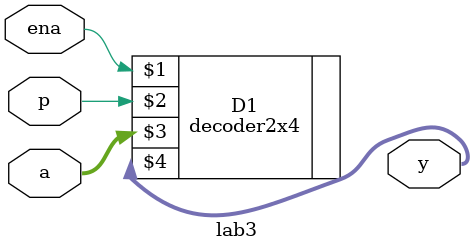
<source format=v>
module lab3(
	input ena, 
	input p, 
	input [1:0]a, 
	output [3:0]y

);



decoder2x4 D1(ena, p, a, y);


endmodule
</source>
